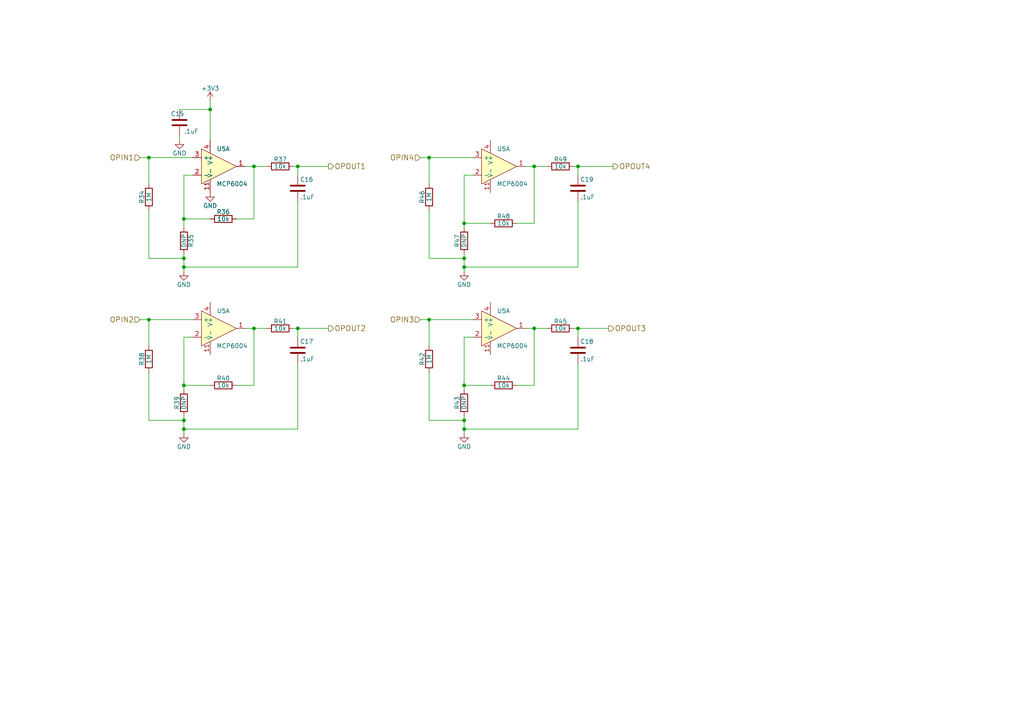
<source format=kicad_sch>
(kicad_sch (version 20211123) (generator eeschema)
  (paper "A4")
  (lib_symbols
    (symbol "ADC:C" (pin_numbers hide) (pin_names (offset 0.254))
      (property "Reference" "C" (at 0.635 2.54 0))
      (property "Value" "C" (at 0.635 -2.54 0))
      (symbol "C_0_1"
        (polyline (pts (xy -2.032 -0.762) (xy 2.032 -0.762)) (stroke (width 0.508)))
        (polyline (pts (xy -2.032 0.762) (xy 2.032 0.762)) (stroke (width 0.508)))
      )
      (symbol "C_1_1"
        (pin passive line (at 0 3.81 270) (length 2.794) (name "~") (number "1"))
        (pin passive line (at 0 -3.81 90) (length 2.794) (name "~") (number "2"))
      )
    )
    (symbol "ADC:MCP6004"
      (property "Reference" "U" (at 1.27 5.08 0))
      (property "Value" "MCP6004" (at 3.81 -5.08 0))
      (symbol "MCP6004_0_1"
        (polyline (pts (xy -5.08 5.08) (xy 5.08 0) (xy -5.08 -5.08) (xy -5.08 5.08)) (stroke (width 0.1524)) (fill (type background)))
      )
      (symbol "MCP6004_1_1"
        (pin output line (at 7.62 0 180) (length 2.54) (name "~") (number "1"))
        (pin power_in line (at -2.54 -7.62 90) (length 3.81) (name "V-") (number "11"))
        (pin input line (at -7.62 -2.54 0) (length 2.54) (name "-") (number "2"))
        (pin input line (at -7.62 2.54 0) (length 2.54) (name "+") (number "3"))
        (pin power_in line (at -2.54 7.62 270) (length 3.81) (name "V+") (number "4"))
      )
      (symbol "MCP6004_2_1"
        (pin input line (at -7.62 2.54 0) (length 2.54) (name "+") (number "5"))
        (pin input line (at -7.62 -2.54 0) (length 2.54) (name "-") (number "6"))
        (pin output line (at 7.62 0 180) (length 2.54) (name "~") (number "7"))
      )
      (symbol "MCP6004_3_1"
        (pin input line (at -7.62 2.54 0) (length 2.54) (name "+") (number "10"))
        (pin output line (at 7.62 0 180) (length 2.54) (name "~") (number "8"))
        (pin input line (at -7.62 -2.54 0) (length 2.54) (name "-") (number "9"))
      )
      (symbol "MCP6004_4_1"
        (pin input line (at -7.62 2.54 0) (length 2.54) (name "+") (number "12"))
        (pin input line (at -7.62 -2.54 0) (length 2.54) (name "-") (number "13"))
        (pin output line (at 7.62 0 180) (length 2.54) (name "~") (number "14"))
      )
    )
    (symbol "ADC:R" (pin_numbers hide) (pin_names (offset 0))
      (property "Reference" "R" (at 2.032 0 90))
      (property "Value" "R" (at 0 0 90))
      (symbol "R_0_1"
        (rectangle (start -1.016 -2.54) (end 1.016 2.54) (stroke (width 0.254)))
      )
      (symbol "R_1_1"
        (pin passive line (at 0 3.81 270) (length 1.27) (name "~") (number "1"))
        (pin passive line (at 0 -3.81 90) (length 1.27) (name "~") (number "2"))
      )
    )
    (symbol "power1:+3.3V" (power) (pin_names (offset 0))
      (property "Value" "+3.3V" (at 0 3.556 0))
      (symbol "+3.3V_0_1"
        (polyline (pts (xy -0.762 1.27) (xy 0 2.54)))
        (polyline (pts (xy 0 0) (xy 0 2.54)))
        (polyline (pts (xy 0 2.54) (xy 0.762 1.27)))
      )
      (symbol "+3.3V_1_1"
        (pin power_in line (at 0 0 90) (length 0) hide (name "+3V3") (number "1"))
      )
    )
    (symbol "power1:GND" (power) (pin_names (offset 0))
      (property "Value" "GND" (at 0 -3.81 0))
      (symbol "GND_0_1"
        (polyline (pts (xy 0 0) (xy 0 -1.27) (xy 1.27 -1.27) (xy 0 -2.54) (xy -1.27 -1.27) (xy 0 -1.27)))
      )
      (symbol "GND_1_1"
        (pin power_in line (at 0 0 270) (length 0) hide (name "GND") (number "1"))
      )
    )
  )
  (junction (at 134.62 121.92))
  (junction (at 167.64 95.25))
  (junction (at 124.46 45.72))
  (junction (at 134.62 77.47))
  (junction (at 43.18 92.71))
  (junction (at 43.18 45.72))
  (junction (at 53.34 63.5))
  (junction (at 60.96 31.75))
  (junction (at 134.62 74.93))
  (junction (at 53.34 124.46))
  (junction (at 53.34 111.76))
  (junction (at 134.62 111.76))
  (junction (at 124.46 92.71))
  (junction (at 53.34 121.92))
  (junction (at 53.34 77.47))
  (junction (at 53.34 74.93))
  (junction (at 154.94 95.25))
  (junction (at 134.62 124.46))
  (junction (at 73.66 95.25))
  (junction (at 86.36 95.25))
  (junction (at 73.66 48.26))
  (junction (at 86.36 48.26))
  (junction (at 134.62 64.77))
  (junction (at 167.64 48.26))
  (junction (at 154.94 48.26))
  (wire (pts (xy 166.37 48.26) (xy 167.64 48.26)))
  (wire (pts (xy 73.66 95.25) (xy 77.47 95.25)))
  (wire (pts (xy 86.36 58.42) (xy 86.36 77.47)))
  (wire (pts (xy 154.94 64.77) (xy 154.94 48.26)))
  (wire (pts (xy 124.46 60.96) (xy 124.46 74.93)))
  (wire (pts (xy 121.92 45.72) (xy 124.46 45.72)))
  (wire (pts (xy 60.96 31.75) (xy 60.96 40.64)))
  (wire (pts (xy 167.64 124.46) (xy 134.62 124.46)))
  (wire (pts (xy 121.92 92.71) (xy 124.46 92.71)))
  (wire (pts (xy 167.64 48.26) (xy 177.8 48.26)))
  (wire (pts (xy 134.62 64.77) (xy 142.24 64.77)))
  (wire (pts (xy 124.46 74.93) (xy 134.62 74.93)))
  (wire (pts (xy 86.36 77.47) (xy 53.34 77.47)))
  (wire (pts (xy 52.07 31.75) (xy 60.96 31.75)))
  (wire (pts (xy 53.34 50.8) (xy 55.88 50.8)))
  (wire (pts (xy 134.62 74.93) (xy 134.62 77.47)))
  (wire (pts (xy 134.62 120.65) (xy 134.62 121.92)))
  (wire (pts (xy 53.34 120.65) (xy 53.34 121.92)))
  (wire (pts (xy 167.64 77.47) (xy 167.64 58.42)))
  (wire (pts (xy 53.34 111.76) (xy 60.96 111.76)))
  (wire (pts (xy 68.58 63.5) (xy 73.66 63.5)))
  (wire (pts (xy 167.64 105.41) (xy 167.64 124.46)))
  (wire (pts (xy 86.36 95.25) (xy 95.25 95.25)))
  (wire (pts (xy 152.4 48.26) (xy 154.94 48.26)))
  (wire (pts (xy 43.18 121.92) (xy 53.34 121.92)))
  (wire (pts (xy 124.46 92.71) (xy 137.16 92.71)))
  (wire (pts (xy 149.86 111.76) (xy 154.94 111.76)))
  (wire (pts (xy 86.36 50.8) (xy 86.36 48.26)))
  (wire (pts (xy 73.66 63.5) (xy 73.66 48.26)))
  (wire (pts (xy 60.96 29.21) (xy 60.96 31.75)))
  (wire (pts (xy 134.62 97.79) (xy 134.62 111.76)))
  (wire (pts (xy 53.34 111.76) (xy 53.34 113.03)))
  (wire (pts (xy 53.34 63.5) (xy 60.96 63.5)))
  (wire (pts (xy 53.34 124.46) (xy 86.36 124.46)))
  (wire (pts (xy 73.66 111.76) (xy 73.66 95.25)))
  (wire (pts (xy 53.34 121.92) (xy 53.34 124.46)))
  (wire (pts (xy 134.62 97.79) (xy 137.16 97.79)))
  (wire (pts (xy 68.58 111.76) (xy 73.66 111.76)))
  (wire (pts (xy 134.62 77.47) (xy 134.62 78.74)))
  (wire (pts (xy 166.37 95.25) (xy 167.64 95.25)))
  (wire (pts (xy 85.09 95.25) (xy 86.36 95.25)))
  (wire (pts (xy 71.12 95.25) (xy 73.66 95.25)))
  (wire (pts (xy 167.64 50.8) (xy 167.64 48.26)))
  (wire (pts (xy 53.34 74.93) (xy 53.34 77.47)))
  (wire (pts (xy 40.64 45.72) (xy 43.18 45.72)))
  (wire (pts (xy 134.62 111.76) (xy 134.62 113.03)))
  (wire (pts (xy 86.36 124.46) (xy 86.36 105.41)))
  (wire (pts (xy 43.18 92.71) (xy 55.88 92.71)))
  (wire (pts (xy 134.62 124.46) (xy 134.62 125.73)))
  (wire (pts (xy 167.64 97.79) (xy 167.64 95.25)))
  (wire (pts (xy 124.46 45.72) (xy 124.46 53.34)))
  (wire (pts (xy 53.34 97.79) (xy 53.34 111.76)))
  (wire (pts (xy 43.18 92.71) (xy 43.18 100.33)))
  (wire (pts (xy 53.34 77.47) (xy 53.34 78.74)))
  (wire (pts (xy 124.46 45.72) (xy 137.16 45.72)))
  (wire (pts (xy 43.18 107.95) (xy 43.18 121.92)))
  (wire (pts (xy 167.64 95.25) (xy 176.53 95.25)))
  (wire (pts (xy 43.18 74.93) (xy 53.34 74.93)))
  (wire (pts (xy 85.09 48.26) (xy 86.36 48.26)))
  (wire (pts (xy 53.34 97.79) (xy 55.88 97.79)))
  (wire (pts (xy 71.12 48.26) (xy 73.66 48.26)))
  (wire (pts (xy 134.62 50.8) (xy 134.62 64.77)))
  (wire (pts (xy 124.46 92.71) (xy 124.46 100.33)))
  (wire (pts (xy 53.34 73.66) (xy 53.34 74.93)))
  (wire (pts (xy 53.34 124.46) (xy 53.34 125.73)))
  (wire (pts (xy 86.36 97.79) (xy 86.36 95.25)))
  (wire (pts (xy 43.18 60.96) (xy 43.18 74.93)))
  (wire (pts (xy 52.07 39.37) (xy 52.07 40.64)))
  (wire (pts (xy 124.46 107.95) (xy 124.46 121.92)))
  (wire (pts (xy 73.66 48.26) (xy 77.47 48.26)))
  (wire (pts (xy 134.62 121.92) (xy 134.62 124.46)))
  (wire (pts (xy 134.62 50.8) (xy 137.16 50.8)))
  (wire (pts (xy 134.62 73.66) (xy 134.62 74.93)))
  (wire (pts (xy 134.62 77.47) (xy 167.64 77.47)))
  (wire (pts (xy 134.62 64.77) (xy 134.62 66.04)))
  (wire (pts (xy 53.34 50.8) (xy 53.34 63.5)))
  (wire (pts (xy 154.94 48.26) (xy 158.75 48.26)))
  (wire (pts (xy 43.18 45.72) (xy 55.88 45.72)))
  (wire (pts (xy 43.18 45.72) (xy 43.18 53.34)))
  (wire (pts (xy 86.36 48.26) (xy 95.25 48.26)))
  (wire (pts (xy 154.94 95.25) (xy 158.75 95.25)))
  (wire (pts (xy 40.64 92.71) (xy 43.18 92.71)))
  (wire (pts (xy 134.62 111.76) (xy 142.24 111.76)))
  (wire (pts (xy 124.46 121.92) (xy 134.62 121.92)))
  (wire (pts (xy 154.94 111.76) (xy 154.94 95.25)))
  (wire (pts (xy 152.4 95.25) (xy 154.94 95.25)))
  (wire (pts (xy 149.86 64.77) (xy 154.94 64.77)))
  (wire (pts (xy 53.34 63.5) (xy 53.34 66.04)))
  (hierarchical_label "OPOUT1" (shape output) (at 95.25 48.26 0) (effects (font (size 1.524 1.524))))
  (hierarchical_label "OPOUT4" (shape output) (at 177.8 48.26 0) (effects (font (size 1.524 1.524))))
  (hierarchical_label "OPIN2" (shape input) (at 40.64 92.71 180) (effects (font (size 1.524 1.524))))
  (hierarchical_label "OPIN1" (shape input) (at 40.64 45.72 180) (effects (font (size 1.524 1.524))))
  (hierarchical_label "OPIN3" (shape input) (at 121.92 92.71 180) (effects (font (size 1.524 1.524))))
  (hierarchical_label "OPOUT3" (shape output) (at 176.53 95.25 0) (effects (font (size 1.524 1.524))))
  (hierarchical_label "OPIN4" (shape input) (at 121.92 45.72 180) (effects (font (size 1.524 1.524))))
  (hierarchical_label "OPOUT2" (shape output) (at 95.25 95.25 0) (effects (font (size 1.524 1.524))))
  (symbol (lib_id "ADC:MCP6004") (at 63.5 48.26 0)
    (property "Reference" "U5" (at 64.77 43.18 0))
    (property "Value" "MCP6004" (at 67.31 53.34 0))
    (property "Footprint" "ADC:MCP6004" (effects hide))
    (property "Catalog Number" "MCP6004T-I/STCT-ND" (effects hide))
    (property "Supplier Name" "Digi-Key" (effects hide))
  )
  (symbol (lib_id "power1:+3.3V") (at 60.96 29.21 0)
    (property "Reference" "#PWR039" (effects hide))
    (property "Value" "+3.3V" (at 60.96 25.654 0))
  )
  (symbol (lib_id "power1:GND") (at 52.07 40.64 0)
    (property "Reference" "#PWR040" (effects hide))
    (property "Value" "GND" (at 52.07 44.45 0))
  )
  (symbol (lib_id "ADC:R") (at 43.18 57.15 180)
    (property "Reference" "R34" (at 41.148 57.15 90))
    (property "Value" "1M" (at 43.18 57.15 90))
    (property "Footprint" "Resistors_SMD:R_0402" (effects hide))
  )
  (symbol (lib_id "ADC:R") (at 64.77 63.5 90)
    (property "Reference" "R36" (at 64.77 61.468 90))
    (property "Value" "10k" (at 64.77 63.5 90))
    (property "Footprint" "Resistors_SMD:R_0402" (effects hide))
    (property "Catalog Number" "311-10KJRDKR-ND" (effects hide))
    (property "Supplier Name" "Digi-Key" (effects hide))
  )
  (symbol (lib_id "ADC:R") (at 53.34 69.85 0)
    (property "Reference" "R35" (at 55.372 69.85 90))
    (property "Value" "DNP" (at 53.34 69.85 90))
    (property "Footprint" "Resistors_SMD:R_0402" (effects hide))
  )
  (symbol (lib_id "ADC:R") (at 81.28 48.26 90)
    (property "Reference" "R37" (at 81.28 46.228 90))
    (property "Value" "10k" (at 81.28 48.26 90))
    (property "Footprint" "Resistors_SMD:R_0402" (effects hide))
    (property "Catalog Number" "311-10KJRDKR-ND" (effects hide))
    (property "Supplier Name" "Digi-Key" (effects hide))
  )
  (symbol (lib_id "ADC:C") (at 52.07 35.56 0)
    (property "Reference" "C15" (at 49.53 33.02 0) (effects (justify left)))
    (property "Value" ".1uF" (at 53.34 38.1 0) (effects (justify left)))
    (property "Footprint" "Capacitors_SMD:C_0402" (effects hide))
    (property "Catalog Number" "490-10777-6-ND" (effects hide))
    (property "Supplier Name" "Digi-Key" (effects hide))
  )
  (symbol (lib_id "power1:GND") (at 60.96 55.88 0)
    (property "Reference" "#PWR041" (effects hide))
    (property "Value" "GND" (at 60.96 59.69 0))
  )
  (symbol (lib_id "ADC:MCP6004") (at 144.78 95.25 0)
    (property "Reference" "U5" (at 146.05 90.17 0))
    (property "Value" "MCP6004" (at 148.59 100.33 0))
    (property "Footprint" "ADC:MCP6004" (effects hide))
  )
  (symbol (lib_id "ADC:R") (at 124.46 104.14 180)
    (property "Reference" "R42" (at 122.428 104.14 90))
    (property "Value" "1M" (at 124.46 104.14 90))
    (property "Footprint" "Resistors_SMD:R_0402" (effects hide))
  )
  (symbol (lib_id "ADC:R") (at 134.62 116.84 180)
    (property "Reference" "R43" (at 132.588 116.84 90))
    (property "Value" "DNP" (at 134.62 116.84 90))
    (property "Footprint" "Resistors_SMD:R_0402" (effects hide))
  )
  (symbol (lib_id "ADC:R") (at 146.05 111.76 90)
    (property "Reference" "R44" (at 146.05 109.728 90))
    (property "Value" "10k" (at 146.05 111.76 90))
    (property "Footprint" "Resistors_SMD:R_0402" (effects hide))
    (property "Catalog Number" "311-10KJRDKR-ND" (effects hide))
    (property "Supplier Name" "Digi-Key" (effects hide))
  )
  (symbol (lib_id "ADC:R") (at 162.56 95.25 90)
    (property "Reference" "R45" (at 162.56 93.218 90))
    (property "Value" "10k" (at 162.56 95.25 90))
    (property "Footprint" "Resistors_SMD:R_0402" (effects hide))
    (property "Catalog Number" "311-10KJRDKR-ND" (effects hide))
    (property "Supplier Name" "Digi-Key" (effects hide))
  )
  (symbol (lib_id "power1:GND") (at 134.62 125.73 0)
    (property "Reference" "#PWR042" (effects hide))
    (property "Value" "GND" (at 134.62 129.54 0))
  )
  (symbol (lib_id "ADC:MCP6004") (at 144.78 48.26 0)
    (property "Reference" "U5" (at 146.05 43.18 0))
    (property "Value" "MCP6004" (at 148.59 53.34 0))
    (property "Footprint" "ADC:MCP6004" (effects hide))
  )
  (symbol (lib_id "ADC:R") (at 124.46 57.15 180)
    (property "Reference" "R46" (at 122.428 57.15 90))
    (property "Value" "1M" (at 124.46 57.15 90))
    (property "Footprint" "Resistors_SMD:R_0402" (effects hide))
  )
  (symbol (lib_id "ADC:R") (at 134.62 69.85 180)
    (property "Reference" "R47" (at 132.588 69.85 90))
    (property "Value" "DNP" (at 134.62 69.85 90))
    (property "Footprint" "Resistors_SMD:R_0402" (effects hide))
  )
  (symbol (lib_id "ADC:R") (at 146.05 64.77 90)
    (property "Reference" "R48" (at 146.05 62.738 90))
    (property "Value" "10k" (at 146.05 64.77 90))
    (property "Footprint" "Resistors_SMD:R_0402" (effects hide))
    (property "Catalog Number" "311-10KJRDKR-ND" (effects hide))
    (property "Supplier Name" "Digi-Key" (effects hide))
  )
  (symbol (lib_id "ADC:R") (at 162.56 48.26 90)
    (property "Reference" "R49" (at 162.56 46.228 90))
    (property "Value" "10k" (at 162.56 48.26 90))
    (property "Footprint" "Resistors_SMD:R_0402" (effects hide))
    (property "Catalog Number" "311-10KJRDKR-ND" (effects hide))
    (property "Supplier Name" "Digi-Key" (effects hide))
  )
  (symbol (lib_id "power1:GND") (at 134.62 78.74 0)
    (property "Reference" "#PWR043" (effects hide))
    (property "Value" "GND" (at 134.62 82.55 0))
  )
  (symbol (lib_id "ADC:MCP6004") (at 63.5 95.25 0)
    (property "Reference" "U5" (at 64.77 90.17 0))
    (property "Value" "MCP6004" (at 67.31 100.33 0))
    (property "Footprint" "ADC:MCP6004" (effects hide))
  )
  (symbol (lib_id "ADC:R") (at 43.18 104.14 180)
    (property "Reference" "R38" (at 41.148 104.14 90))
    (property "Value" "1M" (at 43.18 104.14 90))
    (property "Footprint" "Resistors_SMD:R_0402" (effects hide))
  )
  (symbol (lib_id "ADC:R") (at 53.34 116.84 180)
    (property "Reference" "R39" (at 51.308 116.84 90))
    (property "Value" "DNP" (at 53.34 116.84 90))
    (property "Footprint" "Resistors_SMD:R_0402" (effects hide))
  )
  (symbol (lib_id "ADC:R") (at 64.77 111.76 90)
    (property "Reference" "R40" (at 64.77 109.728 90))
    (property "Value" "10k" (at 64.77 111.76 90))
    (property "Footprint" "Resistors_SMD:R_0402" (effects hide))
    (property "Catalog Number" "311-10KJRDKR-ND" (effects hide))
    (property "Supplier Name" "Digi-Key" (effects hide))
  )
  (symbol (lib_id "ADC:R") (at 81.28 95.25 90)
    (property "Reference" "R41" (at 81.28 93.218 90))
    (property "Value" "10k" (at 81.28 95.25 90))
    (property "Footprint" "Resistors_SMD:R_0402" (effects hide))
    (property "Catalog Number" "311-10KJRDKR-ND" (effects hide))
    (property "Supplier Name" "Digi-Key" (effects hide))
  )
  (symbol (lib_id "power1:GND") (at 53.34 125.73 0)
    (property "Reference" "#PWR044" (effects hide))
    (property "Value" "GND" (at 53.34 129.54 0))
  )
  (symbol (lib_id "ADC:C") (at 86.36 54.61 0)
    (property "Reference" "C16" (at 86.995 52.07 0) (effects (justify left)))
    (property "Value" ".1uF" (at 86.995 57.15 0) (effects (justify left)))
    (property "Footprint" "Capacitors_SMD:C_0402" (effects hide))
    (property "Catalog Number" "490-10777-6-ND" (effects hide))
    (property "Supplier Name" "Digi-Key" (effects hide))
  )
  (symbol (lib_id "power1:GND") (at 53.34 78.74 0)
    (property "Reference" "#PWR045" (effects hide))
    (property "Value" "GND" (at 53.34 82.55 0))
  )
  (symbol (lib_id "ADC:C") (at 167.64 101.6 0)
    (property "Reference" "C18" (at 168.275 99.06 0) (effects (justify left)))
    (property "Value" ".1uF" (at 168.275 104.14 0) (effects (justify left)))
    (property "Footprint" "Capacitors_SMD:C_0402" (effects hide))
    (property "Catalog Number" "490-10777-6-ND" (effects hide))
    (property "Supplier Name" "Digi-Key" (effects hide))
  )
  (symbol (lib_id "ADC:C") (at 86.36 101.6 0)
    (property "Reference" "C17" (at 86.995 99.06 0) (effects (justify left)))
    (property "Value" ".1uF" (at 86.995 104.14 0) (effects (justify left)))
    (property "Footprint" "Capacitors_SMD:C_0402" (effects hide))
    (property "Catalog Number" "490-10777-6-ND" (effects hide))
    (property "Supplier Name" "Digi-Key" (effects hide))
  )
  (symbol (lib_id "ADC:C") (at 167.64 54.61 0)
    (property "Reference" "C19" (at 168.275 52.07 0) (effects (justify left)))
    (property "Value" ".1uF" (at 168.275 57.15 0) (effects (justify left)))
    (property "Footprint" "Capacitors_SMD:C_0402" (effects hide))
    (property "Catalog Number" "490-10777-6-ND" (effects hide))
    (property "Supplier Name" "Digi-Key" (effects hide))
  )
)
</source>
